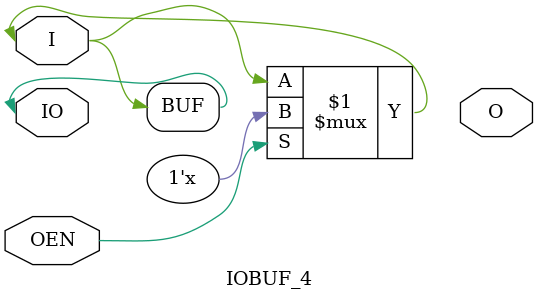
<source format=v>
module IOBUF_4 (O, IO, I, OEN);
  input I,OEN;
  output O;
  inout IO;
  assign IO = OEN ? 1'bz : I;
  assign I = IO;
endmodule
</source>
